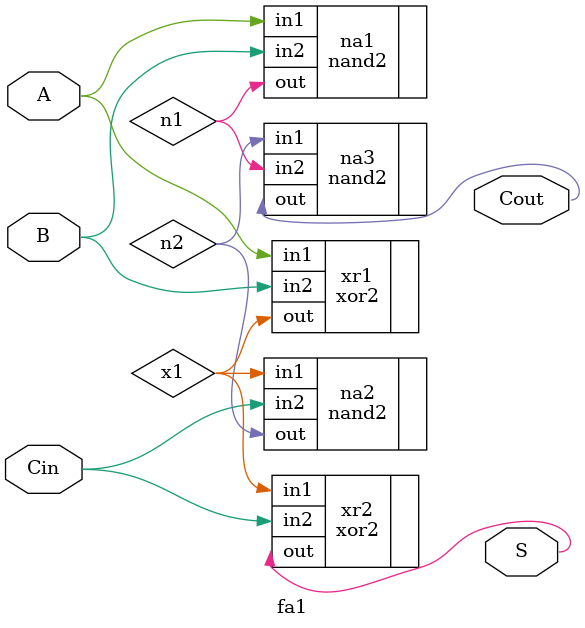
<source format=v>
module fa1( A, B, Cin, S, Cout);
  
    input A, B, Cin;
    output S, Cout;
    wire x1, n1, n2;
    
    xor2 xr1(.in1(A), .in2(B), .out(x1));
    xor2 xr2(.in1(x1), .in2(Cin), .out(S));
    nand2 na1(.in1(A), .in2(B), .out(n1));
    nand2 na2(.in1(x1), .in2(Cin), .out(n2));
    nand2 na3(.in1(n2), .in2(n1), .out(Cout));
    
endmodule
</source>
